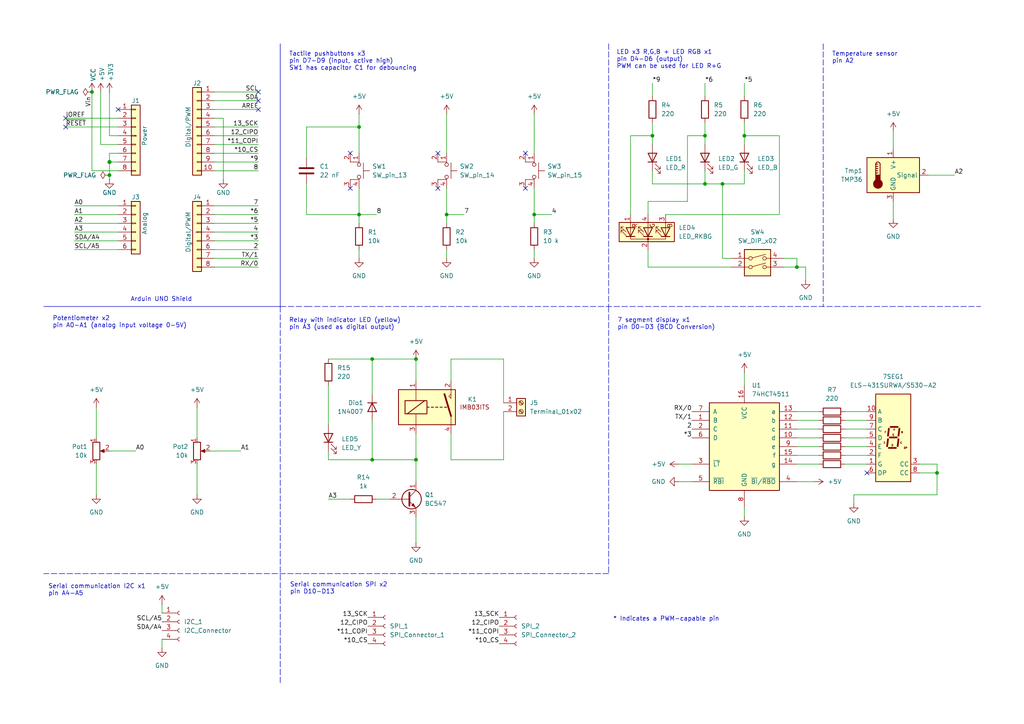
<source format=kicad_sch>
(kicad_sch (version 20250114) (generator "eeschema") (generator_version "9.0")
  (paper "A4")
  (title_block (title "Utvecklingskort P1") (date "2025-09-17"))
  (lib_symbols
    (symbol "74xx:74LS248" (pin_names (offset 1.016))
      (property "Reference" "U1" (at 2.1433 17.78 0))
      (property "Value" "74HCT4511" (at 2.1433 15.24 0))
      (symbol "74LS248_1_0"
        (pin input line (at -15.24 10.16 0) (length 5.08) (name "A") (number "7"))
        (pin input line (at -15.24 7.62 0) (length 5.08) (name "B") (number "1"))
        (pin input line (at -15.24 5.08 0) (length 5.08) (name "C") (number "2"))
        (pin input line (at -15.24 2.54 0) (length 5.08) (name "D") (number "6"))
        (pin input line (at -15.24 -5.08 0) (length 5.08) (name "~{LT}") (number "3"))
        (pin input line (at -15.24 -10.16 0) (length 5.08) (name "~{RBI}") (number "5"))
        (pin power_in line (at 0 17.78 270) (length 5.08) (name "VCC") (number "16"))
        (pin power_in line (at 0 -17.78 90) (length 5.08) (name "GND") (number "8"))
        (pin open_collector line (at 15.24 10.16 180) (length 5.08) (name "a") (number "13"))
        (pin open_collector line (at 15.24 7.62 180) (length 5.08) (name "b") (number "12"))
        (pin open_collector line (at 15.24 5.08 180) (length 5.08) (name "c") (number "11"))
        (pin open_collector line (at 15.24 2.54 180) (length 5.08) (name "d") (number "10"))
        (pin open_collector line (at 15.24 0 180) (length 5.08) (name "e") (number "9"))
        (pin open_collector line (at 15.24 -2.54 180) (length 5.08) (name "f") (number "15"))
        (pin open_collector line (at 15.24 -5.08 180) (length 5.08) (name "g") (number "14"))
        (pin passive line (at 15.24 -10.16 180) (length 5.08) (name "~{BI}/~{RBO}") (number "4"))
      )
    )
    (symbol "Conn_01x08_1" (pin_names (offset 1.016) (hide yes))
      (property "Reference" "J1" (at 0 10.16 0))
      (property "Value" "Power" (at 2.54 0 90))
      (property "Datasheet" "~" (at 0 0 0))
      (symbol "Conn_01x08_1_1_1"
        (pin passive line (at -5.08 7.62 0) (length 3.81) (name "Pin_1") (number "1"))
        (pin passive line (at -5.08 5.08 0) (length 3.81) (name "Pin_2") (number "2"))
        (pin passive line (at -5.08 2.54 0) (length 3.81) (name "Pin_3") (number "3"))
        (pin power_out line (at -5.08 0 0) (length 3.81) (name "Pin_4") (number "4"))
        (pin power_out line (at -5.08 -2.54 0) (length 3.81) (name "Pin_5") (number "5"))
        (pin power_in line (at -5.08 -5.08 0) (length 3.81) (name "Pin_6") (number "6"))
        (pin power_in line (at -5.08 -7.62 0) (length 3.81) (name "Pin_7") (number "7"))
        (pin power_in line (at -5.08 -10.16 0) (length 3.81) (name "Pin_8") (number "8"))
      )
    )
    (symbol "Connector:Conn_01x04_Socket" (pin_names (offset 1.016) (hide yes))
      (property "Reference" "J" (at 0 5.08 0))
      (property "Value" "Conn_01x04_Socket" (at 0 -7.62 0))
      (symbol "Conn_01x04_Socket_1_1"
        (pin passive line (at -5.08 2.54 0) (length 3.81) (name "Pin_1") (number "1"))
        (pin passive line (at -5.08 0 0) (length 3.81) (name "Pin_2") (number "2"))
        (pin passive line (at -5.08 -2.54 0) (length 3.81) (name "Pin_3") (number "3"))
        (pin passive line (at -5.08 -5.08 0) (length 3.81) (name "Pin_4") (number "4"))
      )
    )
    (symbol "Connector:Screw_Terminal_01x02" (pin_names (offset 1.016) (hide yes))
      (property "Reference" "J" (at 0 2.54 0))
      (property "Value" "Screw_Terminal_01x02" (at 0 -5.08 0))
      (symbol "Screw_Terminal_01x02_1_1"
        (pin passive line (at -5.08 0 0) (length 3.81) (name "Pin_1") (number "1"))
        (pin passive line (at -5.08 -2.54 0) (length 3.81) (name "Pin_2") (number "2"))
      )
    )
    (symbol "Connector_Generic:Conn_01x06" (pin_names (offset 1.016) (hide yes))
      (property "Reference" "J" (at 0 7.62 0))
      (property "Value" "Conn_01x06" (at 0 -10.16 0))
      (symbol "Conn_01x06_1_1"
        (pin passive line (at -5.08 5.08 0) (length 3.81) (name "Pin_1") (number "1"))
        (pin passive line (at -5.08 2.54 0) (length 3.81) (name "Pin_2") (number "2"))
        (pin passive line (at -5.08 0 0) (length 3.81) (name "Pin_3") (number "3"))
        (pin passive line (at -5.08 -2.54 0) (length 3.81) (name "Pin_4") (number "4"))
        (pin passive line (at -5.08 -5.08 0) (length 3.81) (name "Pin_5") (number "5"))
        (pin passive line (at -5.08 -7.62 0) (length 3.81) (name "Pin_6") (number "6"))
      )
    )
    (symbol "Connector_Generic:Conn_01x08" (pin_names (offset 1.016) (hide yes))
      (property "Reference" "J" (at 0 10.16 0))
      (property "Value" "Conn_01x08" (at 0 -12.7 0))
      (symbol "Conn_01x08_1_1"
        (pin passive line (at -5.08 7.62 0) (length 3.81) (name "Pin_1") (number "1"))
        (pin passive line (at -5.08 5.08 0) (length 3.81) (name "Pin_2") (number "2"))
        (pin passive line (at -5.08 2.54 0) (length 3.81) (name "Pin_3") (number "3"))
        (pin passive line (at -5.08 0 0) (length 3.81) (name "Pin_4") (number "4"))
        (pin passive line (at -5.08 -2.54 0) (length 3.81) (name "Pin_5") (number "5"))
        (pin passive line (at -5.08 -5.08 0) (length 3.81) (name "Pin_6") (number "6"))
        (pin passive line (at -5.08 -7.62 0) (length 3.81) (name "Pin_7") (number "7"))
        (pin passive line (at -5.08 -10.16 0) (length 3.81) (name "Pin_8") (number "8"))
      )
    )
    (symbol "Connector_Generic:Conn_01x10" (pin_names (offset 1.016) (hide yes))
      (property "Reference" "J2" (at 0 12.7 0))
      (property "Value" "Digital/PWM" (at 2.54 0 90))
      (property "Datasheet" "~" (at 0 0 0))
      (symbol "Conn_01x10_1_1"
        (pin passive line (at -5.08 10.16 0) (length 3.81) (name "Pin_1") (number "1"))
        (pin passive line (at -5.08 7.62 0) (length 3.81) (name "Pin_2") (number "2"))
        (pin passive line (at -5.08 5.08 0) (length 3.81) (name "Pin_3") (number "3"))
        (pin passive line (at -5.08 2.54 0) (length 3.81) (name "Pin_4") (number "4"))
        (pin passive line (at -5.08 0 0) (length 3.81) (name "Pin_5") (number "5"))
        (pin passive line (at -5.08 -2.54 0) (length 3.81) (name "Pin_6") (number "6"))
        (pin passive line (at -5.08 -5.08 0) (length 3.81) (name "Pin_7") (number "7"))
        (pin passive line (at -5.08 -7.62 0) (length 3.81) (name "Pin_8") (number "8"))
        (pin passive line (at -5.08 -10.16 0) (length 3.81) (name "Pin_9") (number "9"))
        (pin passive line (at -5.08 -12.7 0) (length 3.81) (name "Pin_10") (number "10"))
      )
    )
    (symbol "Device:C" (pin_numbers (hide yes)) (pin_names (offset 0.254))
      (property "Reference" "C" (at 0.635 2.54 0))
      (property "Value" "C" (at 0.635 -2.54 0))
      (symbol "C_1_1"
        (pin passive line (at 0 3.81 270) (length 2.794) (name "~") (number "1"))
        (pin passive line (at 0 -3.81 90) (length 2.794) (name "~") (number "2"))
      )
    )
    (symbol "Device:LED" (pin_numbers (hide yes)) (pin_names (offset 1.016) (hide yes))
      (property "Reference" "D" (at 0 2.54 0))
      (property "Value" "LED" (at 0 -2.54 0))
      (symbol "LED_1_1"
        (pin passive line (at -3.81 0 0) (length 2.54) (name "K") (number "1"))
        (pin passive line (at 3.81 0 180) (length 2.54) (name "A") (number "2"))
      )
    )
    (symbol "Device:LED_RKBG" (pin_names (offset 0) (hide yes))
      (property "Reference" "D" (at 0 9.398 0))
      (property "Value" "LED_RKBG" (at 0 -8.89 0))
      (symbol "LED_RKBG_0_0"
        (text "R" (at 1.905 3.81 0) (effects (font (size 1.27 1.27))))
        (text "G" (at 1.905 -1.27 0) (effects (font (size 1.27 1.27))))
        (text "B" (at 1.905 -6.35 0) (effects (font (size 1.27 1.27))))
      )
      (symbol "LED_RKBG_1_1"
        (pin passive line (at -5.08 0 0) (length 2.54) (name "K") (number "2"))
        (pin passive line (at 5.08 5.08 180) (length 2.54) (name "RA") (number "1"))
        (pin passive line (at 5.08 0 180) (length 2.54) (name "GA") (number "4"))
        (pin passive line (at 5.08 -5.08 180) (length 2.54) (name "BA") (number "3"))
      )
    )
    (symbol "Device:R" (pin_numbers (hide yes)) (pin_names (offset 0))
      (property "Reference" "R" (at 2.032 0 90))
      (property "Value" "R" (at 0 0 90))
      (symbol "R_1_1"
        (pin passive line (at 0 3.81 270) (length 1.27) (name "~") (number "1"))
        (pin passive line (at 0 -3.81 90) (length 1.27) (name "~") (number "2"))
      )
    )
    (symbol "Device:R_Potentiometer" (pin_names (offset 1.016) (hide yes))
      (property "Reference" "RV" (at -4.445 0 90))
      (property "Value" "R_Potentiometer" (at -2.54 0 90))
      (symbol "R_Potentiometer_1_1"
        (pin passive line (at 0 3.81 270) (length 1.27) (name "1") (number "1"))
        (pin passive line (at 0 -3.81 90) (length 1.27) (name "3") (number "3"))
        (pin passive line (at 3.81 0 180) (length 1.27) (name "2") (number "2"))
      )
    )
    (symbol "Diode:1N4007" (pin_numbers (hide yes)) (pin_names (hide yes))
      (property "Reference" "D" (at 0 2.54 0))
      (property "Value" "1N4007" (at 0 -2.54 0))
      (symbol "1N4007_1_1"
        (pin passive line (at -3.81 0 0) (length 2.54) (name "K") (number "1"))
        (pin passive line (at 3.81 0 180) (length 2.54) (name "A") (number "2"))
      )
    )
    (symbol "Display_Character:SC39-11EWA"
      (property "Reference" "U" (at -3.81 13.97 0))
      (property "Value" "SC39-11EWA" (at 6.35 13.97 0))
      (symbol "SC39-11EWA_1_0"
        (text "E" (at -2.54 -1.397 0) (effects (font (size 0.508 0.508))))
        (text "F" (at -2.286 1.651 0) (effects (font (size 0.508 0.508))))
        (text "D" (at -0.254 -2.159 0) (effects (font (size 0.508 0.508))))
        (text "G" (at 0 0.889 0) (effects (font (size 0.508 0.508))))
        (text "A" (at 0.254 2.413 0) (effects (font (size 0.508 0.508))))
        (text "C" (at 2.286 -1.397 0) (effects (font (size 0.508 0.508))))
        (text "B" (at 2.54 1.651 0) (effects (font (size 0.508 0.508))))
        (text "DP" (at 3.556 -2.921 0) (effects (font (size 0.508 0.508))))
      )
      (symbol "SC39-11EWA_1_1"
        (pin input line (at -7.62 7.62 0) (length 2.54) (name "A") (number "10"))
        (pin input line (at -7.62 5.08 0) (length 2.54) (name "B") (number "9"))
        (pin input line (at -7.62 2.54 0) (length 2.54) (name "C") (number "7"))
        (pin input line (at -7.62 0 0) (length 2.54) (name "D") (number "5"))
        (pin input line (at -7.62 -2.54 0) (length 2.54) (name "E") (number "4"))
        (pin input line (at -7.62 -5.08 0) (length 2.54) (name "F") (number "2"))
        (pin input line (at -7.62 -7.62 0) (length 2.54) (name "G") (number "1"))
        (pin input line (at -7.62 -10.16 0) (length 2.54) (name "DP") (number "6"))
        (pin input line (at 7.62 -7.62 180) (length 2.54) (name "CC") (number "3"))
        (pin input line (at 7.62 -10.16 180) (length 2.54) (name "CC") (number "8"))
      )
    )
    (symbol "Sensor_Temperature:TSIC206-TO92"
      (property "Reference" "U" (at -6.35 6.35 0))
      (property "Value" "TSIC206-TO92" (at 1.27 6.35 0))
      (symbol "TSIC206-TO92_1_1"
        (pin power_in line (at 0 7.62 270) (length 2.54) (name "V+") (number "1"))
        (pin power_in line (at 0 -7.62 90) (length 2.54) (name "GND") (number "3"))
        (pin output line (at 10.16 0 180) (length 2.54) (name "Signal") (number "2"))
      )
    )
    (symbol "Switch:SW_DIP_x02" (pin_names (offset 0) (hide yes))
      (property "Reference" "SW" (at 0 6.35 0))
      (property "Value" "SW_DIP_x02" (at 0 -3.81 0))
      (symbol "SW_DIP_x02_1_1"
        (pin passive line (at -7.62 2.54 0) (length 5.08) (name "~") (number "1"))
        (pin passive line (at -7.62 0 0) (length 5.08) (name "~") (number "2"))
        (pin passive line (at 7.62 2.54 180) (length 5.08) (name "~") (number "4"))
        (pin passive line (at 7.62 0 180) (length 5.08) (name "~") (number "3"))
      )
    )
    (symbol "Switch:SW_MEC_5E" (pin_names (offset 1.016) (hide yes))
      (property "Reference" "SW" (at 0.635 5.715 0))
      (property "Value" "SW_MEC_5E" (at 0 -3.175 0))
      (symbol "SW_MEC_5E_0_1"
        (pin passive line (at -5.08 2.54 0) (length 2.54) (name "1") (number "1"))
        (pin passive line (at -5.08 0 0) (length 2.54) (name "2") (number "2"))
        (pin passive line (at 5.08 2.54 180) (length 2.54) (name "A") (number "4"))
        (pin passive line (at 5.08 0 180) (length 2.54) (name "K") (number "3"))
      )
    )
    (symbol "Transistor_BJT:BC547" (pin_names (offset 0) (hide yes))
      (property "Reference" "Q" (at 5.08 1.905 0))
      (property "Value" "BC547" (at 5.08 0 0))
      (symbol "BC547_1_1"
        (pin input line (at -5.08 0 0) (length 2.54) (name "B") (number "2"))
        (pin passive line (at 2.54 5.08 270) (length 2.54) (name "C") (number "1"))
        (pin passive line (at 2.54 -5.08 90) (length 2.54) (name "E") (number "3"))
      )
    )
    (symbol "joel_library:IMB03ITS"
      (property "Reference" "K" (at 13.716 2.286 0))
      (symbol "IMB03ITS_1_1"
        (text "IMB03ITS" (at 14.478 0 0) (effects (font (size 1.27 1.27))))
        (pin passive line (at -2.54 7.62 270) (length 2.54) (name "~") (number "1"))
        (pin passive line (at -2.54 -7.62 90) (length 2.54) (name "~") (number "3"))
        (pin passive line (at 7.62 7.62 270) (length 2.54) (name "~") (number "2"))
        (pin passive line (at 7.62 -7.62 90) (length 2.54) (name "~") (number "4"))
      )
    )
    (symbol "power:+3V3" (power) (pin_numbers (hide yes)) (pin_names (offset 0) (hide yes))
      (property "Value" "+3V3" (at 0 3.556 0))
      (symbol "+3V3_1_1"
        (pin power_in line (at 0 0 90) (length 0) (name "~") (number "1"))
      )
    )
    (symbol "power:+5V" (power) (pin_numbers (hide yes)) (pin_names (offset 0) (hide yes))
      (property "Value" "+5V" (at 0 3.556 0))
      (symbol "+5V_1_1"
        (pin power_in line (at 0 0 90) (length 0) (name "~") (number "1"))
      )
    )
    (symbol "power:GND" (power) (pin_numbers (hide yes)) (pin_names (offset 0) (hide yes))
      (property "Value" "GND" (at 0 -3.81 0))
      (symbol "GND_1_1"
        (pin power_in line (at 0 0 270) (length 0) (name "~") (number "1"))
      )
    )
    (symbol "power:PWR_FLAG" (power) (pin_numbers (hide yes)) (pin_names (offset 0) (hide yes))
      (property "Value" "PWR_FLAG" (at 0 3.81 0))
      (symbol "PWR_FLAG_0_0"
        (pin power_out line (at 0 0 90) (length 0) (name "~") (number "1"))
      )
    )
    (symbol "power:VCC" (power) (pin_numbers (hide yes)) (pin_names (offset 0) (hide yes))
      (property "Value" "VCC" (at 0 3.556 0))
      (symbol "VCC_1_1"
        (pin power_in line (at 0 0 90) (length 0) (name "~") (number "1"))
      )
    )
  )
  (text "Temperature sensor\npin A2" (at 241.3 16.764 0) (effects (font (size 1.27 1.27)) (justify left)))
  (text "Tactile pushbuttons x3\npin D7-D9 (input, active high)\nSW1 has capacitor C1 for debouncing" (at 83.82 17.78 0) (effects (font (size 1.27 1.27)) (justify left)))
  (text "LED x3 R,G,B + LED RGB x1\npin D4-D6 (output)\nPWM can be used for LED R+G" (at 178.816 17.272 0) (effects (font (size 1.27 1.27)) (justify left)))
  (text "Serial communication I2C x1\npin A4-A5" (at 13.97 171.196 0) (effects (font (size 1.27 1.27)) (justify left)))
  (text "Relay with indicator LED (yellow)\npin A3 (used as digital output)" (at 83.82 93.98 0) (effects (font (size 1.27 1.27)) (justify left)))
  (text "Arduin UNO Shield" (at 37.846 86.868 0) (effects (font (size 1.27 1.27)) (justify left)))
  (text "Potentiometer x2\npin A0-A1 (analog input voltage 0-5V)" (at 15.24 93.472 0) (effects (font (size 1.27 1.27)) (justify left)))
  (text "* Indicates a PWM-capable pin" (at 177.8 180.34 0) (effects (font (size 1.27 1.27)) (justify left bottom)))
  (text "Serial communication SPI x2\npin D10-D13" (at 84.074 170.688 0) (effects (font (size 1.27 1.27)) (justify left)))
  (text "7 segment display x1\npin D0-D3 (BCD Conversion)" (at 179.07 93.98 0) (effects (font (size 1.27 1.27)) (justify left)))
  (junction (at 31.75 50.8))
  (junction (at 271.78 137.16))
  (junction (at 104.14 62.23))
  (junction (at 31.75 46.99) (diameter 1.016))
  (junction (at 204.47 53.34))
  (junction (at 120.65 133.35))
  (junction (at 104.14 36.83))
  (junction (at 215.9 39.37))
  (junction (at 26.67 26.67))
  (junction (at 204.47 39.37))
  (junction (at 154.94 62.23))
  (junction (at 231.14 77.47))
  (junction (at 107.95 104.14))
  (junction (at 209.55 53.34))
  (junction (at 129.54 62.23))
  (junction (at 189.23 39.37))
  (junction (at 107.95 133.35))
  (junction (at 120.65 104.14))
  (no_connect (at 101.6 44.45))
  (no_connect (at 19.05 36.83))
  (no_connect (at 74.93 26.67))
  (no_connect (at 127 44.45))
  (no_connect (at 251.46 137.16))
  (no_connect (at 101.6 54.61))
  (no_connect (at 152.4 44.45))
  (no_connect (at 19.05 34.29))
  (no_connect (at 74.93 31.75))
  (no_connect (at 127 54.61))
  (no_connect (at 152.4 54.61))
  (no_connect (at 34.29 31.75))
  (no_connect (at 74.93 29.21))
  (wire (pts (xy 104.14 62.23) (xy 109.22 62.23)))
  (wire (pts (xy 187.96 77.47) (xy 212.09 77.47)))
  (wire (pts (xy 62.23 77.47) (xy 74.93 77.47)))
  (wire (pts (xy 31.75 50.8) (xy 31.75 52.07)))
  (wire (pts (xy 215.9 147.32) (xy 215.9 149.86)))
  (wire (pts (xy 120.65 133.35) (xy 107.95 133.35)))
  (wire (pts (xy 62.23 44.45) (xy 74.93 44.45)))
  (wire (pts (xy 104.14 72.39) (xy 104.14 74.93)))
  (polyline (pts (xy 176.53 166.37) (xy 12.7 166.37)) (stroke (width 0) (type dash)))
  (wire (pts (xy 62.23 26.67) (xy 74.93 26.67)))
  (wire (pts (xy 196.85 139.7) (xy 200.66 139.7)))
  (wire (pts (xy 259.08 38.1) (xy 259.08 43.18)))
  (wire (pts (xy 209.55 53.34) (xy 209.55 74.93)))
  (wire (pts (xy 129.54 72.39) (xy 129.54 74.93)))
  (polyline (pts (xy 13.97 88.9) (xy 81.28 88.9)))
  (wire (pts (xy 231.14 139.7) (xy 236.22 139.7)))
  (wire (pts (xy 129.54 62.23) (xy 129.54 64.77)))
  (wire (pts (xy 57.15 134.62) (xy 57.15 143.51)))
  (wire (pts (xy 88.9 36.83) (xy 88.9 45.72)))
  (wire (pts (xy 209.55 53.34) (xy 215.9 53.34)))
  (wire (pts (xy 146.05 133.35) (xy 146.05 119.38)))
  (wire (pts (xy 31.75 44.45) (xy 31.75 46.99)))
  (wire (pts (xy 46.99 185.42) (xy 46.99 187.96)))
  (wire (pts (xy 130.81 104.14) (xy 146.05 104.14)))
  (wire (pts (xy 21.59 72.39) (xy 34.29 72.39)))
  (polyline (pts (xy 81.28 88.9) (xy 88.9 88.9)) (stroke (width 0) (type dash)))
  (wire (pts (xy 26.67 26.67) (xy 26.67 49.53)))
  (wire (pts (xy 107.95 104.14) (xy 120.65 104.14)))
  (wire (pts (xy 95.25 130.81) (xy 95.25 133.35)))
  (wire (pts (xy 247.65 143.51) (xy 271.78 143.51)))
  (wire (pts (xy 215.9 49.53) (xy 215.9 53.34)))
  (wire (pts (xy 31.75 46.99) (xy 31.75 50.8)))
  (wire (pts (xy 189.23 49.53) (xy 189.23 53.34)))
  (wire (pts (xy 107.95 104.14) (xy 107.95 114.3)))
  (wire (pts (xy 182.88 62.23) (xy 182.88 39.37)))
  (wire (pts (xy 31.75 39.37) (xy 34.29 39.37)))
  (wire (pts (xy 57.15 118.11) (xy 57.15 127)))
  (wire (pts (xy 189.23 39.37) (xy 189.23 41.91)))
  (wire (pts (xy 29.21 41.91) (xy 34.29 41.91)))
  (wire (pts (xy 231.14 132.08) (xy 237.49 132.08)))
  (wire (pts (xy 29.21 26.67) (xy 29.21 41.91)))
  (wire (pts (xy 199.39 39.37) (xy 199.39 58.42)))
  (wire (pts (xy 120.65 133.35) (xy 120.65 139.7)))
  (polyline (pts (xy 12.7 88.9) (xy 13.97 88.9)))
  (wire (pts (xy 231.14 121.92) (xy 237.49 121.92)))
  (wire (pts (xy 204.47 24.13) (xy 204.47 27.94)))
  (wire (pts (xy 62.23 36.83) (xy 74.93 36.83)))
  (wire (pts (xy 31.75 26.67) (xy 31.75 39.37)))
  (wire (pts (xy 62.23 59.69) (xy 74.93 59.69)))
  (wire (pts (xy 104.14 33.02) (xy 104.14 36.83)))
  (wire (pts (xy 104.14 62.23) (xy 104.14 64.77)))
  (wire (pts (xy 27.94 118.11) (xy 27.94 127)))
  (wire (pts (xy 259.08 58.42) (xy 259.08 63.5)))
  (wire (pts (xy 34.29 59.69) (xy 21.59 59.69)))
  (wire (pts (xy 196.85 134.62) (xy 200.66 134.62)))
  (wire (pts (xy 245.11 119.38) (xy 251.46 119.38)))
  (wire (pts (xy 266.7 134.62) (xy 271.78 134.62)))
  (wire (pts (xy 62.23 39.37) (xy 74.93 39.37)))
  (wire (pts (xy 204.47 39.37) (xy 204.47 41.91)))
  (wire (pts (xy 271.78 137.16) (xy 266.7 137.16)))
  (wire (pts (xy 215.9 107.95) (xy 215.9 111.76)))
  (wire (pts (xy 95.25 144.78) (xy 101.6 144.78)))
  (wire (pts (xy 27.94 134.62) (xy 27.94 143.51)))
  (wire (pts (xy 62.23 62.23) (xy 74.93 62.23)))
  (wire (pts (xy 104.14 36.83) (xy 104.14 44.45)))
  (wire (pts (xy 245.11 127) (xy 251.46 127)))
  (wire (pts (xy 107.95 121.92) (xy 107.95 133.35)))
  (wire (pts (xy 187.96 72.39) (xy 187.96 77.47)))
  (wire (pts (xy 189.23 24.13) (xy 189.23 27.94)))
  (wire (pts (xy 187.96 58.42) (xy 199.39 58.42)))
  (wire (pts (xy 233.68 77.47) (xy 233.68 81.28)))
  (wire (pts (xy 199.39 39.37) (xy 204.47 39.37)))
  (wire (pts (xy 120.65 149.86) (xy 120.65 157.48)))
  (wire (pts (xy 146.05 104.14) (xy 146.05 116.84)))
  (wire (pts (xy 154.94 54.61) (xy 154.94 62.23)))
  (wire (pts (xy 154.94 62.23) (xy 160.02 62.23)))
  (wire (pts (xy 62.23 46.99) (xy 74.93 46.99)))
  (wire (pts (xy 204.47 53.34) (xy 209.55 53.34)))
  (wire (pts (xy 245.11 132.08) (xy 251.46 132.08)))
  (wire (pts (xy 62.23 67.31) (xy 74.93 67.31)))
  (wire (pts (xy 231.14 129.54) (xy 237.49 129.54)))
  (wire (pts (xy 109.22 144.78) (xy 113.03 144.78)))
  (wire (pts (xy 88.9 62.23) (xy 104.14 62.23)))
  (wire (pts (xy 215.9 39.37) (xy 226.06 39.37)))
  (wire (pts (xy 271.78 134.62) (xy 271.78 137.16)))
  (wire (pts (xy 19.05 34.29) (xy 34.29 34.29)))
  (wire (pts (xy 227.33 77.47) (xy 231.14 77.47)))
  (polyline (pts (xy 88.9 88.9) (xy 284.48 88.9)) (stroke (width 0) (type dash)))
  (wire (pts (xy 226.06 39.37) (xy 226.06 62.23)))
  (wire (pts (xy 193.04 62.23) (xy 226.06 62.23)))
  (wire (pts (xy 64.77 34.29) (xy 64.77 52.07)))
  (wire (pts (xy 187.96 58.42) (xy 187.96 62.23)))
  (wire (pts (xy 95.25 111.76) (xy 95.25 123.19)))
  (polyline (pts (xy 238.76 12.7) (xy 238.76 88.9)) (stroke (width 0) (type dash)))
  (wire (pts (xy 62.23 31.75) (xy 74.93 31.75)))
  (wire (pts (xy 245.11 134.62) (xy 251.46 134.62)))
  (wire (pts (xy 269.24 50.8) (xy 276.86 50.8)))
  (polyline (pts (xy 176.53 88.9) (xy 176.53 166.37)) (stroke (width 0) (type dash)))
  (wire (pts (xy 215.9 39.37) (xy 215.9 41.91)))
  (wire (pts (xy 231.14 124.46) (xy 237.49 124.46)))
  (wire (pts (xy 209.55 74.93) (xy 212.09 74.93)))
  (wire (pts (xy 34.29 64.77) (xy 21.59 64.77)))
  (wire (pts (xy 19.05 36.83) (xy 34.29 36.83)))
  (wire (pts (xy 245.11 129.54) (xy 251.46 129.54)))
  (wire (pts (xy 34.29 46.99) (xy 31.75 46.99)))
  (wire (pts (xy 88.9 53.34) (xy 88.9 62.23)))
  (wire (pts (xy 245.11 124.46) (xy 251.46 124.46)))
  (wire (pts (xy 154.94 72.39) (xy 154.94 74.93)))
  (wire (pts (xy 34.29 49.53) (xy 26.67 49.53)))
  (polyline (pts (xy 81.28 88.9) (xy 81.28 198.12)) (stroke (width 0) (type dash)))
  (wire (pts (xy 31.75 130.81) (xy 39.37 130.81)))
  (wire (pts (xy 21.59 62.23) (xy 34.29 62.23)))
  (polyline (pts (xy 176.53 12.7) (xy 176.53 88.9)) (stroke (width 0) (type dash)))
  (wire (pts (xy 60.96 130.81) (xy 69.85 130.81)))
  (wire (pts (xy 231.14 77.47) (xy 233.68 77.47)))
  (wire (pts (xy 154.94 62.23) (xy 154.94 64.77)))
  (wire (pts (xy 189.23 35.56) (xy 189.23 39.37)))
  (wire (pts (xy 62.23 34.29) (xy 64.77 34.29)))
  (wire (pts (xy 129.54 62.23) (xy 134.62 62.23)))
  (wire (pts (xy 130.81 125.73) (xy 130.81 133.35)))
  (wire (pts (xy 34.29 44.45) (xy 31.75 44.45)))
  (wire (pts (xy 227.33 74.93) (xy 231.14 74.93)))
  (wire (pts (xy 130.81 110.49) (xy 130.81 104.14)))
  (wire (pts (xy 231.14 134.62) (xy 237.49 134.62)))
  (wire (pts (xy 95.25 104.14) (xy 107.95 104.14)))
  (wire (pts (xy 104.14 54.61) (xy 104.14 62.23)))
  (wire (pts (xy 154.94 33.02) (xy 154.94 44.45)))
  (wire (pts (xy 62.23 41.91) (xy 74.93 41.91)))
  (wire (pts (xy 231.14 74.93) (xy 231.14 77.47)))
  (wire (pts (xy 130.81 133.35) (xy 146.05 133.35)))
  (wire (pts (xy 120.65 125.73) (xy 120.65 133.35)))
  (wire (pts (xy 62.23 64.77) (xy 74.93 64.77)))
  (wire (pts (xy 245.11 121.92) (xy 251.46 121.92)))
  (wire (pts (xy 21.59 67.31) (xy 34.29 67.31)))
  (wire (pts (xy 204.47 49.53) (xy 204.47 53.34)))
  (wire (pts (xy 271.78 143.51) (xy 271.78 137.16)))
  (wire (pts (xy 120.65 104.14) (xy 120.65 110.49)))
  (wire (pts (xy 204.47 35.56) (xy 204.47 39.37)))
  (wire (pts (xy 215.9 35.56) (xy 215.9 39.37)))
  (wire (pts (xy 62.23 29.21) (xy 74.93 29.21)))
  (wire (pts (xy 129.54 33.02) (xy 129.54 44.45)))
  (wire (pts (xy 46.99 175.26) (xy 46.99 177.8)))
  (wire (pts (xy 62.23 72.39) (xy 74.93 72.39)))
  (wire (pts (xy 62.23 69.85) (xy 74.93 69.85)))
  (wire (pts (xy 247.65 143.51) (xy 247.65 146.05)))
  (wire (pts (xy 182.88 39.37) (xy 189.23 39.37)))
  (wire (pts (xy 95.25 133.35) (xy 107.95 133.35)))
  (wire (pts (xy 104.14 36.83) (xy 88.9 36.83)))
  (wire (pts (xy 215.9 24.13) (xy 215.9 27.94)))
  (polyline (pts (xy 81.28 12.7) (xy 81.28 88.9)))
  (wire (pts (xy 231.14 127) (xy 237.49 127)))
  (wire (pts (xy 62.23 74.93) (xy 74.93 74.93)))
  (wire (pts (xy 231.14 119.38) (xy 237.49 119.38)))
  (wire (pts (xy 129.54 54.61) (xy 129.54 62.23)))
  (wire (pts (xy 34.29 69.85) (xy 21.59 69.85)))
  (wire (pts (xy 62.23 49.53) (xy 74.93 49.53)))
  (wire (pts (xy 189.23 53.34) (xy 204.47 53.34)))
  (label "RX{slash}0" (at 74.93 77.47 180))
  (label "*5" (at 215.9 24.13 0))
  (label "A2" (at 21.59 64.77 0))
  (label "7" (at 134.62 62.23 0))
  (label "4" (at 74.93 67.31 180))
  (label "*11_COPI" (at 144.78 184.15 180))
  (label "A3" (at 95.25 144.78 0))
  (label "2" (at 74.93 72.39 180))
  (label "13_SCK" (at 144.78 179.07 180))
  (label "A3" (at 21.59 67.31 0))
  (label "13_SCK" (at 74.93 36.83 180))
  (label "12_CIPO" (at 74.93 39.37 180))
  (label "12_CIPO" (at 144.78 181.61 180))
  (label "~{RESET}" (at 19.05 36.83 0))
  (label "*10_CS" (at 144.78 186.69 180))
  (label "*10_CS" (at 74.93 44.45 180))
  (label "A2" (at 276.86 50.8 0))
  (label "*11_COPI" (at 106.68 184.15 180))
  (label "RX{slash}0" (at 200.66 119.38 180))
  (label "8" (at 109.22 62.23 0))
  (label "12_CIPO" (at 106.68 181.61 180))
  (label "TX{slash}1" (at 200.66 121.92 180))
  (label "*10_CS" (at 106.68 186.69 180))
  (label "7" (at 74.93 59.69 180))
  (label "SDA" (at 74.93 29.21 180))
  (label "8" (at 74.93 49.53 180))
  (label "13_SCK" (at 106.68 179.07 180))
  (label "2" (at 200.66 124.46 180))
  (label "*9" (at 189.23 24.13 0))
  (label "*11_COPI" (at 74.93 41.91 180))
  (label "*3" (at 74.93 69.85 180))
  (label "*6" (at 204.47 24.13 0))
  (label "*3" (at 200.66 127 180))
  (label "A1" (at 21.59 62.23 0))
  (label "TX{slash}1" (at 74.93 74.93 180))
  (label "SCL{slash}A5" (at 46.99 180.34 180))
  (label "A0" (at 21.59 59.69 0))
  (label "A0" (at 39.37 130.81 0))
  (label "AREF" (at 74.93 31.75 180))
  (label "Vin" (at 26.67 27.94 270))
  (label "A1" (at 69.85 130.81 0))
  (label "*6" (at 74.93 62.23 180))
  (label "4" (at 160.02 62.23 0))
  (label "SCL" (at 74.93 26.67 180))
  (label "*9" (at 74.93 46.99 180))
  (label "*5" (at 74.93 64.77 180))
  (label "IOREF" (at 19.05 34.29 0))
  (label "SDA{slash}A4" (at 46.99 182.88 180))
  (label "SDA{slash}A4" (at 21.59 69.85 0))
  (label "SCL{slash}A5" (at 21.59 72.39 0))
  (symbol (lib_name "Conn_01x08_1") (lib_id "Connector_Generic:Conn_01x08") (at 39.37 39.37 0) (unit 1)
    (property "Reference" "J1" (at 39.37 29.21 0))
    (property "Value" "Power" (at 41.91 39.37 90))
    (property "Footprint" "Connector_PinSocket_2.54mm:PinSocket_1x08_P2.54mm_Vertical" (effects (hide yes)))
    (property "Datasheet" "~" (at 39.37 39.37 0))
    (property "Description" "Generic connector, single row, 01x08, script generated (kicad-library-utils/schlib/autogen/connector/)" (effects (hide yes)))
  )
  (symbol (lib_id "power:+3V3") (at 31.75 26.67 0) (unit 1)
    (property "Reference" "#PWR03" (effects (hide yes)))
    (property "Value" "+3V3" (at 32.131 23.622 90) (effects (justify left)))
    (property "Description" "Power symbol creates a global label with name \"+3V3\"" (effects (hide yes)))
  )
  (symbol (lib_id "power:+5V") (at 29.21 26.67 0) (unit 1)
    (property "Reference" "#PWR02" (effects (hide yes)))
    (property "Value" "+5V" (at 29.5656 23.622 90) (effects (justify left)))
    (property "Description" "Power symbol creates a global label with name \"+5V\"" (effects (hide yes)))
  )
  (symbol (lib_id "power:GND") (at 31.75 52.07 0) (unit 1)
    (property "Reference" "#PWR04" (effects (hide yes)))
    (property "Value" "GND" (at 31.75 55.88 0))
    (property "Description" "Power symbol creates a global label with name \"GND\" , ground" (effects (hide yes)))
  )
  (symbol (lib_id "Connector_Generic:Conn_01x10") (at 57.15 36.83 0) (mirror y) (unit 1)
    (property "Reference" "J2" (at 57.15 24.13 0))
    (property "Value" "Digital/PWM" (at 54.61 36.83 90))
    (property "Footprint" "Connector_PinSocket_2.54mm:PinSocket_1x10_P2.54mm_Vertical" (effects (hide yes)))
    (property "Datasheet" "~" (at 57.15 36.83 0))
    (property "Description" "Generic connector, single row, 01x10, script generated (kicad-library-utils/schlib/autogen/connector/)" (effects (hide yes)))
  )
  (symbol (lib_id "power:GND") (at 64.77 52.07 0) (unit 1)
    (property "Reference" "#PWR05" (effects (hide yes)))
    (property "Value" "GND" (at 64.77 55.88 0))
    (property "Description" "Power symbol creates a global label with name \"GND\" , ground" (effects (hide yes)))
  )
  (symbol (lib_id "Connector_Generic:Conn_01x06") (at 39.37 64.77 0) (unit 1)
    (property "Reference" "J3" (at 39.37 57.15 0))
    (property "Value" "Analog" (at 41.91 64.77 90))
    (property "Footprint" "Connector_PinSocket_2.54mm:PinSocket_1x06_P2.54mm_Vertical" (effects (hide yes)))
    (property "Description" "Generic connector, single row, 01x06, script generated (kicad-library-utils/schlib/autogen/connector/)" (effects (hide yes)))
  )
  (symbol (lib_id "Connector_Generic:Conn_01x08") (at 57.15 67.31 0) (mirror y) (unit 1)
    (property "Reference" "J4" (at 57.15 57.15 0))
    (property "Value" "Digital/PWM" (at 54.61 67.31 90))
    (property "Footprint" "Connector_PinSocket_2.54mm:PinSocket_1x08_P2.54mm_Vertical" (effects (hide yes)))
    (property "Datasheet" "~" (at 57.15 67.31 0))
    (property "Description" "Generic connector, single row, 01x08, script generated (kicad-library-utils/schlib/autogen/connector/)" (effects (hide yes)))
  )
  (symbol (lib_id "power:GND") (at 27.94 143.51 0) (unit 1)
    (property "Reference" "#PWR021" (effects (hide yes)))
    (property "Value" "GND" (at 27.94 148.59 0))
    (property "Description" "Power symbol creates a global label with name \"GND\" , ground" (effects (hide yes)))
  )
  (symbol (lib_id "Device:R") (at 241.3 121.92 90) (unit 1)
    (property "Reference" "R8" (effects (hide yes)))
    (property "Value" "220R" (effects (hide yes)))
    (property "Footprint" "Resistor_THT:R_Axial_DIN0207_L6.3mm_D2.5mm_P10.16mm_Horizontal" (effects (hide yes)))
    (property "Description" "Resistor" (effects (hide yes)))
  )
  (symbol (lib_id "power:+5V") (at 57.15 118.11 0) (unit 1)
    (property "Reference" "#PWR020" (effects (hide yes)))
    (property "Value" "+5V" (at 57.15 113.03 0))
    (property "Description" "Power symbol creates a global label with name \"+5V\"" (effects (hide yes)))
  )
  (symbol (lib_id "power:GND") (at 129.54 74.93 0) (unit 1)
    (property "Reference" "#PWR09" (effects (hide yes)))
    (property "Value" "GND" (at 129.54 80.01 0))
    (property "Description" "Power symbol creates a global label with name \"GND\" , ground" (effects (hide yes)))
  )
  (symbol (lib_id "power:GND") (at 46.99 187.96 0) (unit 1)
    (property "Reference" "#PWR027" (effects (hide yes)))
    (property "Value" "GND" (at 46.99 193.04 0))
    (property "Description" "Power symbol creates a global label with name \"GND\" , ground" (effects (hide yes)))
  )
  (symbol (lib_id "power:GND") (at 247.65 146.05 0) (unit 1)
    (property "Reference" "#PWR012" (effects (hide yes)))
    (property "Value" "GND" (at 247.65 151.13 0))
    (property "Description" "Power symbol creates a global label with name \"GND\" , ground" (effects (hide yes)))
  )
  (symbol (lib_id "Connector:Conn_01x04_Socket") (at 111.76 181.61 0) (unit 1)
    (property "Reference" "SPI_1" (at 113.03 181.6099 0) (effects (justify left)))
    (property "Value" "SPI_Connector_1" (at 113.03 184.1499 0) (effects (justify left)))
    (property "Footprint" "Connector_PinSocket_2.00mm:PinSocket_1x04_P2.00mm_Vertical" (effects (hide yes)))
    (property "Description" "Generic connector, single row, 01x04, script generated" (effects (hide yes)))
  )
  (symbol (lib_id "power:PWR_FLAG") (at 31.75 50.8 90) (unit 1)
    (property "Reference" "#FLG02" (effects (hide yes)))
    (property "Value" "PWR_FLAG" (at 27.94 50.7999 90) (effects (justify left)))
    (property "Description" "Special symbol for telling ERC where power comes from" (effects (hide yes)))
  )
  (symbol (lib_id "Connector:Conn_01x04_Socket") (at 52.07 180.34 0) (unit 1)
    (property "Reference" "I2C_1" (at 53.34 180.3399 0) (effects (justify left)))
    (property "Value" "I2C_Connector" (at 53.34 182.8799 0) (effects (justify left)))
    (property "Footprint" "Connector_PinSocket_2.00mm:PinSocket_1x04_P2.00mm_Vertical" (effects (hide yes)))
    (property "Description" "Generic connector, single row, 01x04, script generated" (effects (hide yes)))
  )
  (symbol (lib_id "power:+5V") (at 27.94 118.11 0) (unit 1)
    (property "Reference" "#PWR019" (effects (hide yes)))
    (property "Value" "+5V" (at 27.94 113.03 0))
    (property "Description" "Power symbol creates a global label with name \"+5V\"" (effects (hide yes)))
  )
  (symbol (lib_id "power:GND") (at 196.85 139.7 270) (unit 1)
    (property "Reference" "#PWR016" (effects (hide yes)))
    (property "Value" "GND" (at 193.04 139.6999 90) (effects (justify right)))
    (property "Description" "Power symbol creates a global label with name \"GND\" , ground" (effects (hide yes)))
  )
  (symbol (lib_id "Device:R") (at 105.41 144.78 90) (unit 1)
    (property "Reference" "R14" (at 105.41 138.43 90))
    (property "Value" "1k" (at 105.41 140.97 90))
    (property "Footprint" "Resistor_THT:R_Axial_DIN0207_L6.3mm_D2.5mm_P10.16mm_Horizontal" (effects (hide yes)))
    (property "Description" "Resistor" (effects (hide yes)))
  )
  (symbol (lib_id "Switch:SW_MEC_5E") (at 127 49.53 270) (unit 1)
    (property "Reference" "SW2" (at 133.35 48.2599 90) (effects (justify left)))
    (property "Value" "SW_pin_14" (at 133.35 50.7999 90) (effects (justify left)))
    (property "Footprint" "joel_library:RND_Tactile_Switch_THT" (effects (hide yes)))
    (property "Datasheet" "http://www.apem.com/int/index.php?controller=attachment&id_attachment=1371" (effects (hide yes)))
    (property "Description" "MEC 5E single pole normally-open tactile switch" (effects (hide yes)))
  )
  (symbol (lib_id "Device:R") (at 95.25 107.95 0) (unit 1)
    (property "Reference" "R15" (at 97.79 106.6799 0) (effects (justify left)))
    (property "Value" "220" (at 97.79 109.2199 0) (effects (justify left)))
    (property "Footprint" "Resistor_THT:R_Axial_DIN0207_L6.3mm_D2.5mm_P10.16mm_Horizontal" (effects (hide yes)))
    (property "Description" "Resistor" (effects (hide yes)))
  )
  (symbol (lib_id "Device:R") (at 104.14 68.58 0) (unit 1)
    (property "Reference" "R1" (at 106.68 67.3099 0) (effects (justify left)))
    (property "Value" "10k" (at 106.68 69.8499 0) (effects (justify left)))
    (property "Footprint" "Resistor_THT:R_Axial_DIN0207_L6.3mm_D2.5mm_P10.16mm_Horizontal" (effects (hide yes)))
    (property "Description" "Resistor" (effects (hide yes)))
  )
  (symbol (lib_id "Switch:SW_MEC_5E") (at 101.6 49.53 270) (unit 1)
    (property "Reference" "SW1" (at 107.95 48.2599 90) (effects (justify left)))
    (property "Value" "SW_pin_13" (at 107.95 50.7999 90) (effects (justify left)))
    (property "Footprint" "joel_library:RND_Tactile_Switch_THT" (effects (hide yes)))
    (property "Datasheet" "http://www.apem.com/int/index.php?controller=attachment&id_attachment=1371" (effects (hide yes)))
    (property "Description" "MEC 5E single pole normally-open tactile switch" (effects (hide yes)))
  )
  (symbol (lib_id "power:VCC") (at 26.67 26.67 0) (unit 1)
    (property "Reference" "#PWR01" (effects (hide yes)))
    (property "Value" "VCC" (at 27.051 23.622 90) (effects (justify left)))
    (property "Description" "Power symbol creates a global label with name \"VCC\"" (effects (hide yes)))
  )
  (symbol (lib_id "Device:R") (at 215.9 31.75 0) (unit 1)
    (property "Reference" "R6" (at 218.44 30.4799 0) (effects (justify left)))
    (property "Value" "220" (at 218.44 33.0199 0) (effects (justify left)))
    (property "Footprint" "Resistor_THT:R_Axial_DIN0207_L6.3mm_D2.5mm_P10.16mm_Horizontal" (effects (hide yes)))
    (property "Description" "Resistor" (effects (hide yes)))
  )
  (symbol (lib_id "Device:C") (at 88.9 49.53 0) (unit 1)
    (property "Reference" "C1" (at 92.71 48.2599 0) (effects (justify left)))
    (property "Value" "22 nF" (at 92.71 50.7999 0) (effects (justify left)))
    (property "Footprint" "Capacitor_THT:C_Rect_L7.2mm_W2.5mm_P5.00mm_FKS2_FKP2_MKS2_MKP2" (effects (hide yes)))
    (property "Description" "Unpolarized capacitor" (effects (hide yes)))
  )
  (symbol (lib_id "Device:R") (at 129.54 68.58 0) (unit 1)
    (property "Reference" "R2" (at 132.08 67.3099 0) (effects (justify left)))
    (property "Value" "10k" (at 132.08 69.8499 0) (effects (justify left)))
    (property "Footprint" "Resistor_THT:R_Axial_DIN0207_L6.3mm_D2.5mm_P10.16mm_Horizontal" (effects (hide yes)))
    (property "Description" "Resistor" (effects (hide yes)))
  )
  (symbol (lib_id "power:GND") (at 120.65 157.48 0) (unit 1)
    (property "Reference" "#PWR023" (effects (hide yes)))
    (property "Value" "GND" (at 120.65 162.56 0))
    (property "Description" "Power symbol creates a global label with name \"GND\" , ground" (effects (hide yes)))
  )
  (symbol (lib_id "power:GND") (at 57.15 143.51 0) (unit 1)
    (property "Reference" "#PWR022" (effects (hide yes)))
    (property "Value" "GND" (at 57.15 148.59 0))
    (property "Description" "Power symbol creates a global label with name \"GND\" , ground" (effects (hide yes)))
  )
  (symbol (lib_id "Device:R") (at 241.3 124.46 90) (unit 1)
    (property "Reference" "R9" (effects (hide yes)))
    (property "Value" "220R" (effects (hide yes)))
    (property "Footprint" "Resistor_THT:R_Axial_DIN0207_L6.3mm_D2.5mm_P10.16mm_Horizontal" (effects (hide yes)))
    (property "Description" "Resistor" (effects (hide yes)))
  )
  (symbol (lib_id "power:+5V") (at 215.9 107.95 0) (unit 1)
    (property "Reference" "#PWR025" (effects (hide yes)))
    (property "Value" "+5V" (at 215.9 102.87 0))
    (property "Description" "Power symbol creates a global label with name \"+5V\"" (effects (hide yes)))
  )
  (symbol (lib_id "Device:R") (at 241.3 132.08 90) (unit 1)
    (property "Reference" "R12" (effects (hide yes)))
    (property "Value" "220R" (effects (hide yes)))
    (property "Footprint" "Resistor_THT:R_Axial_DIN0207_L6.3mm_D2.5mm_P10.16mm_Horizontal" (effects (hide yes)))
    (property "Description" "Resistor" (effects (hide yes)))
  )
  (symbol (lib_id "power:+5V") (at 259.08 38.1 0) (unit 1)
    (property "Reference" "#PWR017" (effects (hide yes)))
    (property "Value" "+5V" (at 259.08 33.02 0))
    (property "Description" "Power symbol creates a global label with name \"+5V\"" (effects (hide yes)))
  )
  (symbol (lib_id "Device:R_Potentiometer") (at 27.94 130.81 0) (unit 1)
    (property "Reference" "Pot1" (at 25.4 129.5399 0) (effects (justify right)))
    (property "Value" "10k" (at 25.4 132.0799 0) (effects (justify right)))
    (property "Footprint" "Potentiometer_THT:Potentiometer_Piher_PT-10-V10_Vertical" (effects (hide yes)))
    (property "Description" "Potentiometer" (effects (hide yes)))
  )
  (symbol (lib_id "Device:LED") (at 95.25 127 90) (unit 1)
    (property "Reference" "LED5" (at 99.06 127.3174 90) (effects (justify right)))
    (property "Value" "LED_Y" (at 99.06 129.8574 90) (effects (justify right)))
    (property "Footprint" "LED_THT:LED_D5.0mm" (effects (hide yes)))
    (property "Description" "Light emitting diode" (effects (hide yes)))
    (property "Sim.Pins" "1=K 2=A" (effects (hide yes)))
  )
  (symbol (lib_id "Device:R") (at 241.3 129.54 90) (unit 1)
    (property "Reference" "R11" (effects (hide yes)))
    (property "Value" "220R" (effects (hide yes)))
    (property "Footprint" "Resistor_THT:R_Axial_DIN0207_L6.3mm_D2.5mm_P10.16mm_Horizontal" (effects (hide yes)))
    (property "Description" "Resistor" (effects (hide yes)))
  )
  (symbol (lib_id "Switch:SW_DIP_x02") (at 219.71 77.47 0) (unit 1)
    (property "Reference" "SW4" (at 219.71 67.31 0))
    (property "Value" "SW_DIP_x02" (at 219.71 69.85 0))
    (property "Footprint" "Button_Switch_THT:SW_DIP_SPSTx02_Slide_6.7x6.64mm_W7.62mm_P2.54mm_LowProfile" (effects (hide yes)))
    (property "Description" "2x DIP Switch, Single Pole Single Throw (SPST) switch, small symbol" (effects (hide yes)))
  )
  (symbol (lib_id "power:+5V") (at 129.54 33.02 0) (unit 1)
    (property "Reference" "#PWR08" (effects (hide yes)))
    (property "Value" "+5V" (at 129.54 27.94 0))
    (property "Description" "Power symbol creates a global label with name \"+5V\"" (effects (hide yes)))
  )
  (symbol (lib_id "power:GND") (at 259.08 63.5 0) (unit 1)
    (property "Reference" "#PWR018" (effects (hide yes)))
    (property "Value" "GND" (at 259.08 68.58 0))
    (property "Description" "Power symbol creates a global label with name \"GND\" , ground" (effects (hide yes)))
  )
  (symbol (lib_id "74xx:74LS248") (at 215.9 129.54 0) (unit 1)
    (property "Reference" "U1" (at 218.0433 111.76 0) (effects (justify left)))
    (property "Value" "74HCT4511" (at 218.0433 114.3 0) (effects (justify left)))
    (property "Footprint" "Package_DIP:DIP-16_W7.62mm" (effects (hide yes)))
    (property "Datasheet" "http://www.ti.com/lit/gpn/sn74LS248" (effects (hide yes)))
    (property "Description" "BCD to 7-segment Decoder, Active High" (effects (hide yes)))
  )
  (symbol (lib_id "Sensor_Temperature:TSIC206-TO92") (at 259.08 50.8 0) (unit 1)
    (property "Reference" "Tmp1" (at 250.19 49.5299 0) (effects (justify right)))
    (property "Value" "TMP36" (at 250.19 52.0699 0) (effects (justify right)))
    (property "Footprint" "Package_TO_SOT_THT:TO-92_Inline" (effects (hide yes)))
    (property "Datasheet" "https://shop.bb-sensors.com/out/media/Datasheet_Digital_Semiconductor_temperatur_sensor_TSIC.pdf" (effects (hide yes)))
    (property "Description" "Digital temperature sensor, range -50 ... +150 °C, 0.5 K accuracy, TO-92" (effects (hide yes)))
  )
  (symbol (lib_id "power:GND") (at 215.9 149.86 0) (unit 1)
    (property "Reference" "#PWR026" (effects (hide yes)))
    (property "Value" "GND" (at 215.9 154.94 0))
    (property "Description" "Power symbol creates a global label with name \"GND\" , ground" (effects (hide yes)))
  )
  (symbol (lib_id "power:+5V") (at 154.94 33.02 0) (unit 1)
    (property "Reference" "#PWR010" (effects (hide yes)))
    (property "Value" "+5V" (at 154.94 27.94 0))
    (property "Description" "Power symbol creates a global label with name \"+5V\"" (effects (hide yes)))
  )
  (symbol (lib_id "Device:R") (at 204.47 31.75 0) (unit 1)
    (property "Reference" "R5" (at 207.01 30.4799 0) (effects (justify left)))
    (property "Value" "220" (at 207.01 33.0199 0) (effects (justify left)))
    (property "Footprint" "Resistor_THT:R_Axial_DIN0207_L6.3mm_D2.5mm_P10.16mm_Horizontal" (effects (hide yes)))
    (property "Description" "Resistor" (effects (hide yes)))
  )
  (symbol (lib_id "Device:LED") (at 204.47 45.72 90) (unit 1)
    (property "Reference" "LED2" (at 208.28 46.0374 90) (effects (justify right)))
    (property "Value" "LED_G" (at 208.28 48.5774 90) (effects (justify right)))
    (property "Footprint" "LED_THT:LED_D5.0mm" (effects (hide yes)))
    (property "Description" "Light emitting diode" (effects (hide yes)))
    (property "Sim.Pins" "1=K 2=A" (effects (hide yes)))
  )
  (symbol (lib_id "Device:LED") (at 215.9 45.72 90) (unit 1)
    (property "Reference" "LED3" (at 219.71 46.0374 90) (effects (justify right)))
    (property "Value" "LED_B" (at 219.71 48.5774 90) (effects (justify right)))
    (property "Footprint" "LED_THT:LED_D5.0mm" (effects (hide yes)))
    (property "Description" "Light emitting diode" (effects (hide yes)))
    (property "Sim.Pins" "1=K 2=A" (effects (hide yes)))
  )
  (symbol (lib_id "power:GND") (at 104.14 74.93 0) (unit 1)
    (property "Reference" "#PWR07" (effects (hide yes)))
    (property "Value" "GND" (at 104.14 80.01 0))
    (property "Description" "Power symbol creates a global label with name \"GND\" , ground" (effects (hide yes)))
  )
  (symbol (lib_id "power:+5V") (at 104.14 33.02 0) (unit 1)
    (property "Reference" "#PWR06" (effects (hide yes)))
    (property "Value" "+5V" (at 104.14 27.94 0))
    (property "Description" "Power symbol creates a global label with name \"+5V\"" (effects (hide yes)))
  )
  (symbol (lib_id "power:+5V") (at 46.99 175.26 0) (unit 1)
    (property "Reference" "#PWR028" (effects (hide yes)))
    (property "Value" "+5V" (at 46.99 170.18 0))
    (property "Description" "Power symbol creates a global label with name \"+5V\"" (effects (hide yes)))
  )
  (symbol (lib_id "joel_library:IMB03ITS") (at 123.19 118.11 0) (unit 1)
    (property "Reference" "K1" (at 135.636 115.824 0) (effects (justify left)))
    (property "Footprint" "joel_library:IMB03ITS" (effects (hide yes)))
  )
  (symbol (lib_id "power:+5V") (at 196.85 134.62 90) (unit 1)
    (property "Reference" "#PWR015" (effects (hide yes)))
    (property "Value" "+5V" (at 193.04 134.6199 90) (effects (justify left)))
    (property "Description" "Power symbol creates a global label with name \"+5V\"" (effects (hide yes)))
  )
  (symbol (lib_id "power:+5V") (at 120.65 104.14 0) (unit 1)
    (property "Reference" "#PWR024" (effects (hide yes)))
    (property "Value" "+5V" (at 120.65 99.06 0))
    (property "Description" "Power symbol creates a global label with name \"+5V\"" (effects (hide yes)))
  )
  (symbol (lib_id "Display_Character:SC39-11EWA") (at 259.08 127 0) (unit 1)
    (property "Reference" "7SEG1" (at 259.08 109.22 0))
    (property "Value" "ELS-431SURWA/S530-A2" (at 259.08 111.76 0))
    (property "Footprint" "Display_7Segment:Sx39-1xxxxx" (effects (hide yes)))
    (property "Datasheet" "http://www.kingbrightusa.com/images/catalog/SPEC/sc39-11ewa.pdf" (effects (hide yes)))
    (property "Description" "Single digit 7 segment display, high efficiency red, common cathode" (effects (hide yes)))
  )
  (symbol (lib_id "Device:R_Potentiometer") (at 57.15 130.81 0) (unit 1)
    (property "Reference" "Pot2" (at 54.61 129.5399 0) (effects (justify right)))
    (property "Value" "10k" (at 54.61 132.0799 0) (effects (justify right)))
    (property "Footprint" "Potentiometer_THT:Potentiometer_Piher_PT-10-V10_Vertical" (effects (hide yes)))
    (property "Description" "Potentiometer" (effects (hide yes)))
  )
  (symbol (lib_id "power:GND") (at 154.94 74.93 0) (unit 1)
    (property "Reference" "#PWR011" (effects (hide yes)))
    (property "Value" "GND" (at 154.94 80.01 0))
    (property "Description" "Power symbol creates a global label with name \"GND\" , ground" (effects (hide yes)))
  )
  (symbol (lib_id "Switch:SW_MEC_5E") (at 152.4 49.53 270) (unit 1)
    (property "Reference" "SW3" (at 158.75 48.2599 90) (effects (justify left)))
    (property "Value" "SW_pin_15" (at 158.75 50.7999 90) (effects (justify left)))
    (property "Footprint" "joel_library:RND_Tactile_Switch_THT" (effects (hide yes)))
    (property "Datasheet" "http://www.apem.com/int/index.php?controller=attachment&id_attachment=1371" (effects (hide yes)))
    (property "Description" "MEC 5E single pole normally-open tactile switch" (effects (hide yes)))
  )
  (symbol (lib_id "Device:R") (at 241.3 134.62 90) (unit 1)
    (property "Reference" "R13" (effects (hide yes)))
    (property "Value" "220R" (effects (hide yes)))
    (property "Footprint" "Resistor_THT:R_Axial_DIN0207_L6.3mm_D2.5mm_P10.16mm_Horizontal" (effects (hide yes)))
    (property "Description" "Resistor" (effects (hide yes)))
  )
  (symbol (lib_id "power:+5V") (at 236.22 139.7 270) (unit 1)
    (property "Reference" "#PWR014" (effects (hide yes)))
    (property "Value" "+5V" (at 240.03 139.6999 90) (effects (justify left)))
    (property "Description" "Power symbol creates a global label with name \"+5V\"" (effects (hide yes)))
  )
  (symbol (lib_id "Device:R") (at 241.3 127 90) (unit 1)
    (property "Reference" "R10" (effects (hide yes)))
    (property "Value" "220R" (effects (hide yes)))
    (property "Footprint" "Resistor_THT:R_Axial_DIN0207_L6.3mm_D2.5mm_P10.16mm_Horizontal" (effects (hide yes)))
    (property "Description" "Resistor" (effects (hide yes)))
  )
  (symbol (lib_id "Device:R") (at 189.23 31.75 0) (unit 1)
    (property "Reference" "R4" (at 191.77 30.4799 0) (effects (justify left)))
    (property "Value" "220" (at 191.77 33.0199 0) (effects (justify left)))
    (property "Footprint" "Resistor_THT:R_Axial_DIN0207_L6.3mm_D2.5mm_P10.16mm_Horizontal" (effects (hide yes)))
    (property "Description" "Resistor" (effects (hide yes)))
  )
  (symbol (lib_id "Transistor_BJT:BC547") (at 118.11 144.78 0) (unit 1)
    (property "Reference" "Q1" (at 123.19 143.5099 0) (effects (justify left)))
    (property "Value" "BC547" (at 123.19 146.0499 0) (effects (justify left)))
    (property "Footprint" "Package_TO_SOT_THT:TO-92L_Inline" (effects (hide yes)))
    (property "Datasheet" "https://www.onsemi.com/pub/Collateral/BC550-D.pdf" (effects (hide yes)))
    (property "Description" "0.1A Ic, 45V Vce, Small Signal NPN Transistor, TO-92" (effects (hide yes)))
  )
  (symbol (lib_id "Device:R") (at 241.3 119.38 90) (unit 1)
    (property "Reference" "R7" (at 241.3 113.03 90))
    (property "Value" "220" (at 241.3 115.57 90))
    (property "Footprint" "Resistor_THT:R_Axial_DIN0207_L6.3mm_D2.5mm_P10.16mm_Horizontal" (effects (hide yes)))
    (property "Description" "Resistor" (effects (hide yes)))
  )
  (symbol (lib_id "Device:LED_RKBG") (at 187.96 67.31 90) (unit 1)
    (property "Reference" "LED4" (at 196.85 66.0399 90) (effects (justify right)))
    (property "Value" "LED_RKBG" (at 196.85 68.5799 90) (effects (justify right)))
    (property "Footprint" "LED_THT:LED_D5.0mm-4_RGB" (effects (hide yes)))
    (property "Description" "RGB LED, red/cathode/blue/green" (effects (hide yes)))
  )
  (symbol (lib_id "power:GND") (at 233.68 81.28 0) (unit 1)
    (property "Reference" "#PWR013" (effects (hide yes)))
    (property "Value" "GND" (at 233.68 86.36 0))
    (property "Description" "Power symbol creates a global label with name \"GND\" , ground" (effects (hide yes)))
  )
  (symbol (lib_id "Connector:Screw_Terminal_01x02") (at 151.13 116.84 0) (unit 1)
    (property "Reference" "J5" (at 153.67 116.8399 0) (effects (justify left)))
    (property "Value" "Terminal_01x02" (at 153.67 119.3799 0) (effects (justify left)))
    (property "Footprint" "joel_library:TerminalBlock_Phoenix_MKDS-1,5-2-5.08_1x02_P5.08mm_Horizontal" (effects (hide yes)))
    (property "Description" "Generic screw terminal, single row, 01x02, script generated (kicad-library-utils/schlib/autogen/connector/)" (effects (hide yes)))
  )
  (symbol (lib_id "power:PWR_FLAG") (at 26.67 26.67 90) (unit 1)
    (property "Reference" "#FLG01" (effects (hide yes)))
    (property "Value" "PWR_FLAG" (at 22.86 26.6699 90) (effects (justify left)))
    (property "Description" "Special symbol for telling ERC where power comes from" (effects (hide yes)))
  )
  (symbol (lib_id "Device:R") (at 154.94 68.58 0) (unit 1)
    (property "Reference" "R3" (at 157.48 67.3099 0) (effects (justify left)))
    (property "Value" "10 k" (at 157.48 69.8499 0) (effects (justify left)))
    (property "Footprint" "Resistor_THT:R_Axial_DIN0207_L6.3mm_D2.5mm_P10.16mm_Horizontal" (effects (hide yes)))
    (property "Description" "Resistor" (effects (hide yes)))
  )
  (symbol (lib_id "Connector:Conn_01x04_Socket") (at 149.86 181.61 0) (unit 1)
    (property "Reference" "SPI_2" (at 151.13 181.6099 0) (effects (justify left)))
    (property "Value" "SPI_Connector_2" (at 151.13 184.1499 0) (effects (justify left)))
    (property "Footprint" "Connector_PinSocket_2.00mm:PinSocket_1x04_P2.00mm_Vertical" (effects (hide yes)))
    (property "Description" "Generic connector, single row, 01x04, script generated" (effects (hide yes)))
  )
  (symbol (lib_id "Diode:1N4007") (at 107.95 118.11 90) (mirror x) (unit 1)
    (property "Reference" "Dio1" (at 105.41 116.8399 90) (effects (justify left)))
    (property "Value" "1N4007" (at 105.41 119.3799 90) (effects (justify left)))
    (property "Footprint" "Diode_THT:D_DO-41_SOD81_P10.16mm_Horizontal" (effects (hide yes)))
    (property "Datasheet" "http://www.vishay.com/docs/88503/1n4001.pdf" (effects (hide yes)))
    (property "Description" "1000V 1A General Purpose Rectifier Diode, DO-41" (effects (hide yes)))
    (property "Sim.Device" "D" (effects (hide yes)))
    (property "Sim.Pins" "1=K 2=A" (effects (hide yes)))
  )
  (symbol (lib_id "Device:LED") (at 189.23 45.72 90) (unit 1)
    (property "Reference" "LED1" (at 193.04 46.0374 90) (effects (justify right)))
    (property "Value" "LED_R" (at 193.04 48.5774 90) (effects (justify right)))
    (property "Footprint" "LED_THT:LED_D5.0mm" (effects (hide yes)))
    (property "Description" "Light emitting diode" (effects (hide yes)))
    (property "Sim.Pins" "1=K 2=A" (effects (hide yes)))
  )
)
</source>
